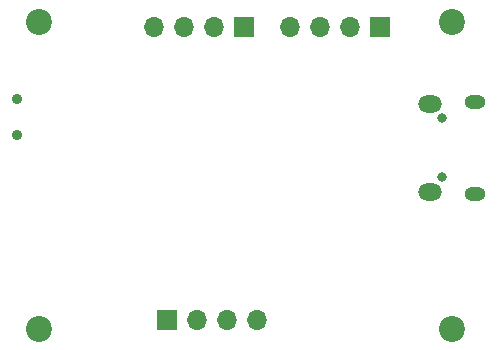
<source format=gbr>
%TF.GenerationSoftware,KiCad,Pcbnew,7.0.9*%
%TF.CreationDate,2023-12-08T01:22:57+08:00*%
%TF.ProjectId,Basic_STM32_Bluepill,42617369-635f-4535-944d-33325f426c75,rev?*%
%TF.SameCoordinates,Original*%
%TF.FileFunction,Soldermask,Bot*%
%TF.FilePolarity,Negative*%
%FSLAX46Y46*%
G04 Gerber Fmt 4.6, Leading zero omitted, Abs format (unit mm)*
G04 Created by KiCad (PCBNEW 7.0.9) date 2023-12-08 01:22:57*
%MOMM*%
%LPD*%
G01*
G04 APERTURE LIST*
%ADD10O,0.800000X0.800000*%
%ADD11O,1.800000X1.150000*%
%ADD12O,2.000000X1.450000*%
%ADD13C,2.200000*%
%ADD14R,1.700000X1.700000*%
%ADD15O,1.700000X1.700000*%
%ADD16C,0.900000*%
G04 APERTURE END LIST*
D10*
%TO.C,J3*%
X171145000Y-94200000D03*
X171145000Y-89200000D03*
D11*
X173895000Y-95575000D03*
D12*
X170095000Y-95425000D03*
X170095000Y-87975000D03*
D11*
X173895000Y-87825000D03*
%TD*%
D13*
%TO.C,H4*%
X137000000Y-107000000D03*
%TD*%
D14*
%TO.C,J2*%
X154381000Y-81443000D03*
D15*
X151841000Y-81443000D03*
X149301000Y-81443000D03*
X146761000Y-81443000D03*
%TD*%
D14*
%TO.C,J4*%
X165862000Y-81443000D03*
D15*
X163322000Y-81443000D03*
X160782000Y-81443000D03*
X158242000Y-81443000D03*
%TD*%
D13*
%TO.C,H1*%
X172000000Y-107000000D03*
%TD*%
D14*
%TO.C,J1*%
X147828000Y-106299000D03*
D15*
X150368000Y-106299000D03*
X152908000Y-106299000D03*
X155448000Y-106299000D03*
%TD*%
D16*
%TO.C,SW1*%
X135170000Y-87563000D03*
X135170000Y-90563000D03*
%TD*%
D13*
%TO.C,H2*%
X172000000Y-81000000D03*
%TD*%
%TO.C,H3*%
X137000000Y-81000000D03*
%TD*%
M02*

</source>
